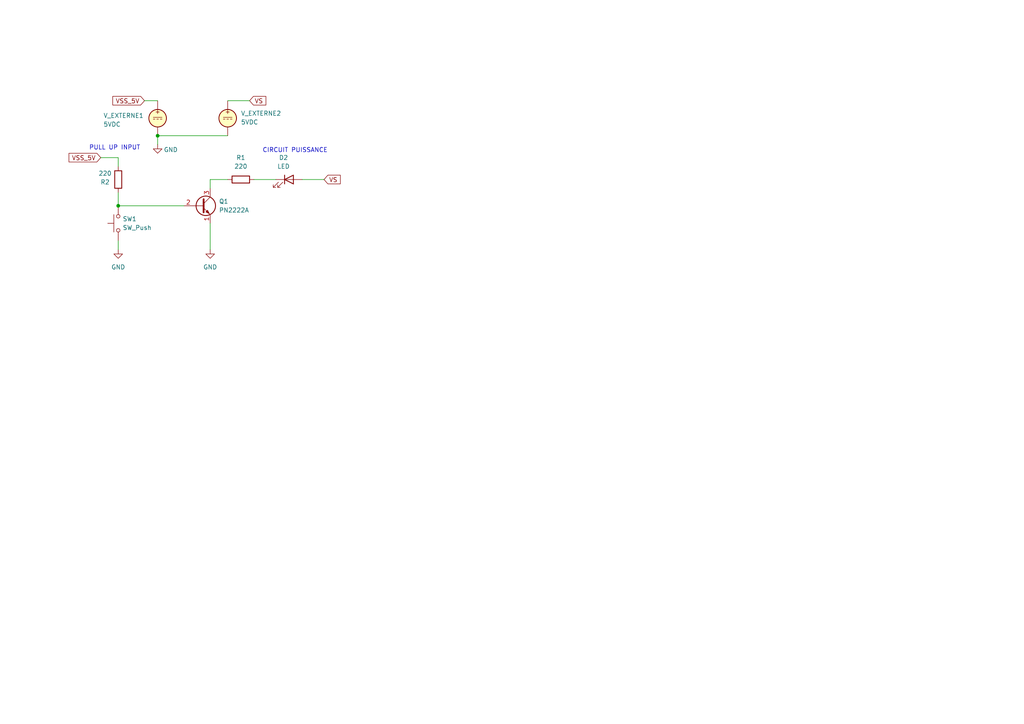
<source format=kicad_sch>
(kicad_sch (version 20250114) (generator "eeschema") (generator_version "9.0")
  (paper "A4")
  (lib_symbols
    (symbol "Device:LED" (pin_numbers (hide yes)) (pin_names (offset 1.016) (hide yes))
      (property "Reference" "D" (at 0 2.54 0))
      (property "Value" "LED" (at 0 -2.54 0))
      (symbol "LED_0_1"
        (polyline (pts (xy -3.048 -0.762) (xy -4.572 -2.286) (xy -3.81 -2.286) (xy -4.572 -2.286) (xy -4.572 -1.524)))
        (polyline (pts (xy -1.778 -0.762) (xy -3.302 -2.286) (xy -2.54 -2.286) (xy -3.302 -2.286) (xy -3.302 -1.524)))
        (polyline (pts (xy -1.27 0) (xy 1.27 0)))
        (polyline (pts (xy -1.27 -1.27) (xy -1.27 1.27)) (stroke (width 0.254)))
        (polyline (pts (xy 1.27 -1.27) (xy 1.27 1.27) (xy -1.27 0) (xy 1.27 -1.27)) (stroke (width 0.254)))
      )
      (symbol "LED_1_1"
        (pin passive line (at -3.81 0 0) (length 2.54) (name "K") (number "1"))
        (pin passive line (at 3.81 0 180) (length 2.54) (name "A") (number "2"))
      )
    )
    (symbol "Device:R" (pin_numbers (hide yes)) (pin_names (offset 0))
      (property "Reference" "R" (at 2.032 0 90))
      (property "Value" "R" (at 0 0 90))
      (symbol "R_0_1"
        (rectangle (start -1.016 -2.54) (end 1.016 2.54) (stroke (width 0.254)))
      )
      (symbol "R_1_1"
        (pin passive line (at 0 3.81 270) (length 1.27) (name "~") (number "1"))
        (pin passive line (at 0 -3.81 90) (length 1.27) (name "~") (number "2"))
      )
    )
    (symbol "Simulation_SPICE:VDC" (pin_numbers (hide yes)) (pin_names (offset 0.0254))
      (property "Reference" "V" (at 2.54 2.54 0))
      (property "Value" "1" (at 2.54 0 0))
      (symbol "VDC_0_0"
        (polyline (pts (xy -1.27 0.254) (xy 1.27 0.254)))
        (polyline (pts (xy -0.762 -0.254) (xy -1.27 -0.254)))
        (polyline (pts (xy 0.254 -0.254) (xy -0.254 -0.254)))
        (polyline (pts (xy 1.27 -0.254) (xy 0.762 -0.254)))
        (text "+" (at 0 1.905 0) (effects (font (size 1.27 1.27))))
      )
      (symbol "VDC_0_1"
        (circle (center 0 0) (radius 2.54) (stroke (width 0.254)) (fill (type background)))
      )
      (symbol "VDC_1_1"
        (pin passive line (at 0 5.08 270) (length 2.54) (name "~") (number "1"))
        (pin passive line (at 0 -5.08 90) (length 2.54) (name "~") (number "2"))
      )
    )
    (symbol "Switch:SW_Push" (pin_numbers (hide yes)) (pin_names (offset 1.016) (hide yes))
      (property "Reference" "SW" (at 1.27 2.54 0))
      (property "Value" "SW_Push" (at 0 -1.524 0))
      (symbol "SW_Push_0_1"
        (circle (center -2.032 0) (radius 0.508))
        (polyline (pts (xy 0 1.27) (xy 0 3.048)))
        (circle (center 2.032 0) (radius 0.508))
        (polyline (pts (xy 2.54 1.27) (xy -2.54 1.27)))
        (pin passive line (at -5.08 0 0) (length 2.54) (name "1") (number "1"))
        (pin passive line (at 5.08 0 180) (length 2.54) (name "2") (number "2"))
      )
    )
    (symbol "Transistor_BJT:PN2222A" (pin_names (offset 0) (hide yes))
      (property "Reference" "Q" (at 5.08 1.905 0))
      (property "Value" "PN2222A" (at 5.08 0 0))
      (symbol "PN2222A_0_1"
        (polyline (pts (xy -2.54 0) (xy 0.635 0)))
        (polyline (pts (xy 0.635 1.905) (xy 0.635 -1.905)) (stroke (width 0.508)))
        (circle (center 1.27 0) (radius 2.8194) (stroke (width 0.254)))
      )
      (symbol "PN2222A_1_1"
        (polyline (pts (xy 0.635 0.635) (xy 2.54 2.54)))
        (polyline (pts (xy 0.635 -0.635) (xy 2.54 -2.54)))
        (polyline (pts (xy 1.27 -1.778) (xy 1.778 -1.27) (xy 2.286 -2.286) (xy 1.27 -1.778)) (fill (type outline)))
        (pin input line (at -5.08 0 0) (length 2.54) (name "B") (number "2"))
        (pin passive line (at 2.54 5.08 270) (length 2.54) (name "C") (number "3"))
        (pin passive line (at 2.54 -5.08 90) (length 2.54) (name "E") (number "1"))
      )
    )
    (symbol "power:GND" (power) (pin_numbers (hide yes)) (pin_names (offset 0) (hide yes))
      (property "Value" "GND" (at 0 -3.81 0))
      (symbol "GND_0_1"
        (polyline (pts (xy 0 0) (xy 0 -1.27) (xy 1.27 -1.27) (xy 0 -2.54) (xy -1.27 -1.27) (xy 0 -1.27)))
      )
      (symbol "GND_1_1"
        (pin power_in line (at 0 0 270) (length 0) (name "~") (number "1"))
      )
    )
  )
  (text "PULL UP INPUT" (at 33.274 42.926 0) (effects (font (size 1.27 1.27))))
  (text "CIRCUIT PUISSANCE" (at 85.598 43.688 0) (effects (font (size 1.27 1.27))))
  (junction (at 45.72 39.37))
  (junction (at 34.29 59.69))
  (wire (pts (xy 72.39 29.21) (xy 66.04 29.21)))
  (wire (pts (xy 29.21 45.72) (xy 34.29 45.72)))
  (wire (pts (xy 87.63 52.07) (xy 93.98 52.07)))
  (wire (pts (xy 60.96 52.07) (xy 66.04 52.07)))
  (wire (pts (xy 41.91 29.21) (xy 45.72 29.21)))
  (wire (pts (xy 45.72 39.37) (xy 45.72 41.91)))
  (wire (pts (xy 34.29 72.39) (xy 34.29 69.85)))
  (wire (pts (xy 34.29 45.72) (xy 34.29 48.26)))
  (wire (pts (xy 45.72 39.37) (xy 66.04 39.37)))
  (wire (pts (xy 73.66 52.07) (xy 80.01 52.07)))
  (wire (pts (xy 34.29 59.69) (xy 53.34 59.69)))
  (wire (pts (xy 60.96 64.77) (xy 60.96 72.39)))
  (wire (pts (xy 60.96 52.07) (xy 60.96 54.61)))
  (wire (pts (xy 34.29 55.88) (xy 34.29 59.69)))
  (global_label "VS" (shape input) (at 72.39 29.21 0) (property "Intersheetrefs" "${INTERSHEET_REFS}" (effects (hide yes))))
  (global_label "VSS_5V" (shape input) (at 29.21 45.72 180) (property "Intersheetrefs" "${INTERSHEET_REFS}" (effects (hide yes))))
  (global_label "VS" (shape input) (at 93.98 52.07 0) (property "Intersheetrefs" "${INTERSHEET_REFS}" (effects (hide yes))))
  (global_label "VSS_5V" (shape input) (at 41.91 29.21 180) (property "Intersheetrefs" "${INTERSHEET_REFS}" (effects (hide yes))))
  (symbol (lib_id "Device:R") (at 69.85 52.07 270) (unit 1)
    (property "Reference" "R1" (at 69.85 45.72 90))
    (property "Value" "220" (at 69.85 48.26 90))
    (property "Footprint" "Resistor_THT:R_Axial_DIN0411_L9.9mm_D3.6mm_P7.62mm_Vertical" (effects (hide yes)))
    (property "Description" "Resistor" (effects (hide yes)))
  )
  (symbol (lib_id "power:GND") (at 34.29 72.39 0) (unit 1)
    (property "Reference" "#PWR02" (effects (hide yes)))
    (property "Value" "GND" (at 34.29 77.47 0))
    (property "Description" "Power symbol creates a global label with name \"GND\" , ground" (effects (hide yes)))
  )
  (symbol (lib_id "Transistor_BJT:PN2222A") (at 58.42 59.69 0) (unit 1)
    (property "Reference" "Q1" (at 63.5 58.4199 0) (effects (justify left)))
    (property "Value" "PN2222A" (at 63.5 60.9599 0) (effects (justify left)))
    (property "Footprint" "Package_TO_SOT_THT:TO-92_Inline" (effects (hide yes)))
    (property "Datasheet" "https://www.onsemi.com/pub/Collateral/PN2222-D.PDF" (effects (hide yes)))
    (property "Description" "1A Ic, 40V Vce, NPN Transistor, General Purpose Transistor, TO-92" (effects (hide yes)))
  )
  (symbol (lib_id "power:GND") (at 45.72 41.91 0) (unit 1)
    (property "Reference" "#PWR06" (effects (hide yes)))
    (property "Value" "GND" (at 49.53 43.434 0))
    (property "Description" "Power symbol creates a global label with name \"GND\" , ground" (effects (hide yes)))
  )
  (symbol (lib_id "Simulation_SPICE:VDC") (at 66.04 34.29 0) (unit 1)
    (property "Reference" "V_EXTERNE2" (at 69.85 32.8901 0) (effects (justify left)))
    (property "Value" "5VDC" (at 69.85 35.4301 0) (effects (justify left)))
    (property "Footprint" "Connector_PinHeader_2.54mm:PinHeader_1x02_P2.54mm_Horizontal" (effects (hide yes)))
    (property "Datasheet" "https://ngspice.sourceforge.io/docs/ngspice-html-manual/manual.xhtml#sec_Independent_Sources_for" (effects (hide yes)))
    (property "Description" "Voltage source, DC" (effects (hide yes)))
    (property "Sim.Pins" "1=+ 2=-" (effects (hide yes)))
    (property "Sim.Type" "DC" (effects (hide yes)))
    (property "Sim.Device" "V" (effects (hide yes)))
  )
  (symbol (lib_id "Device:LED") (at 83.82 52.07 0) (unit 1)
    (property "Reference" "D2" (at 82.2325 45.72 0))
    (property "Value" "LED" (at 82.2325 48.26 0))
    (property "Footprint" "LED_THT:LED_D5.0mm" (effects (hide yes)))
    (property "Description" "Light emitting diode" (effects (hide yes)))
    (property "Sim.Pins" "1=K 2=A" (effects (hide yes)))
  )
  (symbol (lib_id "Device:R") (at 34.29 52.07 180) (unit 1)
    (property "Reference" "R2" (at 30.48 52.832 0))
    (property "Value" "220" (at 30.48 50.292 0))
    (property "Footprint" "Resistor_THT:R_Axial_DIN0411_L9.9mm_D3.6mm_P7.62mm_Vertical" (effects (hide yes)))
    (property "Description" "Resistor" (effects (hide yes)))
  )
  (symbol (lib_id "Simulation_SPICE:VDC") (at 45.72 34.29 0) (unit 1)
    (property "Reference" "V_EXTERNE1" (at 29.972 33.528 0) (effects (justify left)))
    (property "Value" "5VDC" (at 29.972 36.068 0) (effects (justify left)))
    (property "Footprint" "Connector_PinHeader_2.54mm:PinHeader_1x02_P2.54mm_Horizontal" (effects (hide yes)))
    (property "Datasheet" "https://ngspice.sourceforge.io/docs/ngspice-html-manual/manual.xhtml#sec_Independent_Sources_for" (effects (hide yes)))
    (property "Description" "Voltage source, DC" (effects (hide yes)))
    (property "Sim.Pins" "1=+ 2=-" (effects (hide yes)))
    (property "Sim.Type" "DC" (effects (hide yes)))
    (property "Sim.Device" "V" (effects (hide yes)))
  )
  (symbol (lib_id "power:GND") (at 60.96 72.39 0) (unit 1)
    (property "Reference" "#PWR01" (effects (hide yes)))
    (property "Value" "GND" (at 60.96 77.47 0))
    (property "Description" "Power symbol creates a global label with name \"GND\" , ground" (effects (hide yes)))
  )
  (symbol (lib_id "Switch:SW_Push") (at 34.29 64.77 90) (unit 1)
    (property "Reference" "SW1" (at 35.56 63.4999 90) (effects (justify right)))
    (property "Value" "SW_Push" (at 35.56 66.0399 90) (effects (justify right)))
    (property "Footprint" "Connector_PinSocket_2.54mm:PinSocket_1x02_P2.54mm_Vertical" (effects (hide yes)))
    (property "Description" "Push button switch, generic, two pins" (effects (hide yes)))
  )
)
</source>
